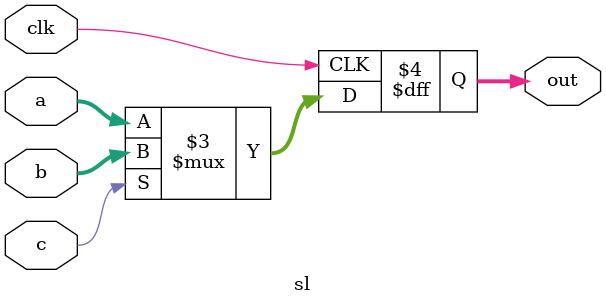
<source format=v>
module sl #(parameter N=32)(  
      input [N-1:0] a,   //n位数a
      input [N-1:0] b,   //n位数b
	  input clk,
      input c,           //选择数,为0选a，否则选b
      output reg [N-1:0] out        //输出
);  
always @(posedge clk)
    begin
      out= (c==1'b0) ? a : b; 
    end 
endmodule 			  
</source>
